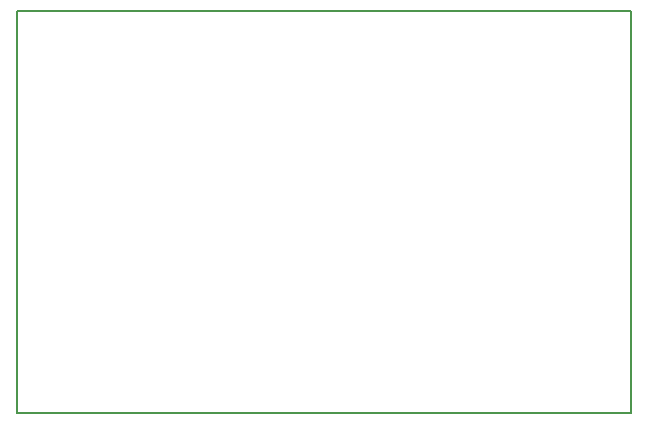
<source format=gbo>
%FSLAX25Y25*%
%MOIN*%
G70*
G01*
G75*
G04 Layer_Color=32896*
%ADD10O,0.08661X0.02362*%
%ADD11R,0.03937X0.05709*%
%ADD12R,0.05709X0.02165*%
%ADD13C,0.01000*%
%ADD14C,0.00787*%
%ADD15R,0.04724X0.04724*%
%ADD16C,0.04724*%
%ADD17C,0.09843*%
%ADD18C,0.02756*%
%ADD19C,0.00984*%
%ADD20C,0.00394*%
%ADD21O,0.09461X0.03162*%
%ADD22R,0.04737X0.06509*%
%ADD23R,0.06509X0.02965*%
%ADD24R,0.05524X0.05524*%
%ADD25C,0.05524*%
%ADD26C,0.10642*%
D14*
X51181Y51181D02*
Y185039D01*
Y51181D02*
X255906D01*
Y185039D01*
X51181D02*
X255906D01*
M02*

</source>
